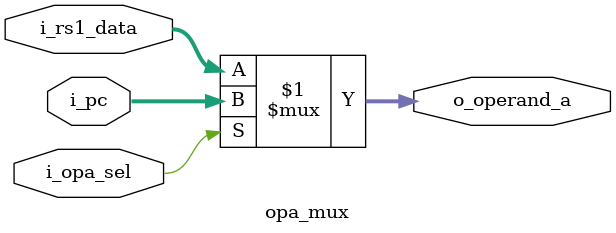
<source format=sv>
module opa_mux (
    input  logic        i_opa_sel,
    input  logic [31:0] i_rs1_data,
    input  logic [31:0] i_pc,
    output logic [31:0] o_operand_a
);
    assign o_operand_a = i_opa_sel ? i_pc : i_rs1_data;
endmodule

</source>
